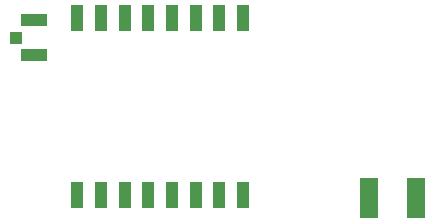
<source format=gbp>
G04 Layer_Color=128*
%FSAX25Y25*%
%MOIN*%
G70*
G01*
G75*
%ADD38R,0.03937X0.03937*%
%ADD39R,0.08661X0.04134*%
%ADD68R,0.03937X0.08661*%
%ADD69R,0.06102X0.13583*%
D38*
X0285870Y0360874D02*
D03*
D39*
X0291776Y0355067D02*
D03*
Y0366681D02*
D03*
D68*
X0306244Y0308413D02*
D03*
X0361362D02*
D03*
X0353488D02*
D03*
X0345614D02*
D03*
X0337740D02*
D03*
X0329866D02*
D03*
X0321992D02*
D03*
X0314118D02*
D03*
X0353488Y0367469D02*
D03*
X0345614D02*
D03*
X0337740D02*
D03*
X0329866D02*
D03*
X0321992D02*
D03*
X0314118D02*
D03*
X0306244D02*
D03*
X0361362D02*
D03*
D69*
X0403291Y0307331D02*
D03*
X0419039D02*
D03*
M02*

</source>
